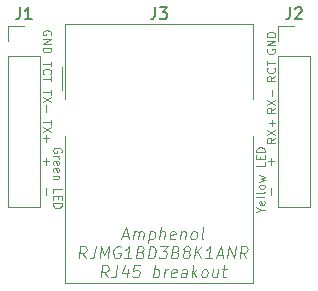
<source format=gbr>
%TF.GenerationSoftware,KiCad,Pcbnew,6.0.0*%
%TF.CreationDate,2022-01-15T20:08:09+00:00*%
%TF.ProjectId,amphenol-magjack,616d7068-656e-46f6-9c2d-6d61676a6163,rev?*%
%TF.SameCoordinates,Original*%
%TF.FileFunction,Legend,Top*%
%TF.FilePolarity,Positive*%
%FSLAX46Y46*%
G04 Gerber Fmt 4.6, Leading zero omitted, Abs format (unit mm)*
G04 Created by KiCad (PCBNEW 6.0.0) date 2022-01-15 20:08:09*
%MOMM*%
%LPD*%
G01*
G04 APERTURE LIST*
%ADD10C,0.100000*%
%ADD11C,0.150000*%
%ADD12C,0.120000*%
G04 APERTURE END LIST*
D10*
X185149333Y-95530666D02*
X185482666Y-95530666D01*
X184782666Y-95764000D02*
X185149333Y-95530666D01*
X184782666Y-95297333D01*
X185449333Y-94797333D02*
X185482666Y-94864000D01*
X185482666Y-94997333D01*
X185449333Y-95064000D01*
X185382666Y-95097333D01*
X185116000Y-95097333D01*
X185049333Y-95064000D01*
X185016000Y-94997333D01*
X185016000Y-94864000D01*
X185049333Y-94797333D01*
X185116000Y-94764000D01*
X185182666Y-94764000D01*
X185249333Y-95097333D01*
X185482666Y-94364000D02*
X185449333Y-94430666D01*
X185382666Y-94464000D01*
X184782666Y-94464000D01*
X185482666Y-93997333D02*
X185449333Y-94064000D01*
X185382666Y-94097333D01*
X184782666Y-94097333D01*
X185482666Y-93630666D02*
X185449333Y-93697333D01*
X185416000Y-93730666D01*
X185349333Y-93764000D01*
X185149333Y-93764000D01*
X185082666Y-93730666D01*
X185049333Y-93697333D01*
X185016000Y-93630666D01*
X185016000Y-93530666D01*
X185049333Y-93464000D01*
X185082666Y-93430666D01*
X185149333Y-93397333D01*
X185349333Y-93397333D01*
X185416000Y-93430666D01*
X185449333Y-93464000D01*
X185482666Y-93530666D01*
X185482666Y-93630666D01*
X185016000Y-93164000D02*
X185482666Y-93030666D01*
X185149333Y-92897333D01*
X185482666Y-92764000D01*
X185016000Y-92630666D01*
X185482666Y-91497333D02*
X185482666Y-91830666D01*
X184782666Y-91830666D01*
X185116000Y-91264000D02*
X185116000Y-91030666D01*
X185482666Y-90930666D02*
X185482666Y-91264000D01*
X184782666Y-91264000D01*
X184782666Y-90930666D01*
X185482666Y-90630666D02*
X184782666Y-90630666D01*
X184782666Y-90464000D01*
X184816000Y-90364000D01*
X184882666Y-90297333D01*
X184949333Y-90264000D01*
X185082666Y-90230666D01*
X185182666Y-90230666D01*
X185316000Y-90264000D01*
X185382666Y-90297333D01*
X185449333Y-90364000D01*
X185482666Y-90464000D01*
X185482666Y-90630666D01*
X186005000Y-93713333D02*
X186005000Y-94246666D01*
X186005000Y-91173333D02*
X186005000Y-91706666D01*
X185738333Y-91440000D02*
X186271666Y-91440000D01*
X186371666Y-89450000D02*
X186038333Y-89683333D01*
X186371666Y-89850000D02*
X185671666Y-89850000D01*
X185671666Y-89583333D01*
X185705000Y-89516666D01*
X185738333Y-89483333D01*
X185805000Y-89450000D01*
X185905000Y-89450000D01*
X185971666Y-89483333D01*
X186005000Y-89516666D01*
X186038333Y-89583333D01*
X186038333Y-89850000D01*
X185671666Y-89216666D02*
X186371666Y-88750000D01*
X185671666Y-88750000D02*
X186371666Y-89216666D01*
X186105000Y-88483333D02*
X186105000Y-87950000D01*
X186371666Y-88216666D02*
X185838333Y-88216666D01*
X186371666Y-86910000D02*
X186038333Y-87143333D01*
X186371666Y-87310000D02*
X185671666Y-87310000D01*
X185671666Y-87043333D01*
X185705000Y-86976666D01*
X185738333Y-86943333D01*
X185805000Y-86910000D01*
X185905000Y-86910000D01*
X185971666Y-86943333D01*
X186005000Y-86976666D01*
X186038333Y-87043333D01*
X186038333Y-87310000D01*
X185671666Y-86676666D02*
X186371666Y-86210000D01*
X185671666Y-86210000D02*
X186371666Y-86676666D01*
X186105000Y-85943333D02*
X186105000Y-85410000D01*
X186371666Y-84220000D02*
X186038333Y-84453333D01*
X186371666Y-84620000D02*
X185671666Y-84620000D01*
X185671666Y-84353333D01*
X185705000Y-84286666D01*
X185738333Y-84253333D01*
X185805000Y-84220000D01*
X185905000Y-84220000D01*
X185971666Y-84253333D01*
X186005000Y-84286666D01*
X186038333Y-84353333D01*
X186038333Y-84620000D01*
X186305000Y-83520000D02*
X186338333Y-83553333D01*
X186371666Y-83653333D01*
X186371666Y-83720000D01*
X186338333Y-83820000D01*
X186271666Y-83886666D01*
X186205000Y-83920000D01*
X186071666Y-83953333D01*
X185971666Y-83953333D01*
X185838333Y-83920000D01*
X185771666Y-83886666D01*
X185705000Y-83820000D01*
X185671666Y-83720000D01*
X185671666Y-83653333D01*
X185705000Y-83553333D01*
X185738333Y-83520000D01*
X185671666Y-83320000D02*
X185671666Y-82920000D01*
X186371666Y-83120000D02*
X185671666Y-83120000D01*
X185705000Y-81940333D02*
X185671666Y-82007000D01*
X185671666Y-82107000D01*
X185705000Y-82207000D01*
X185771666Y-82273666D01*
X185838333Y-82307000D01*
X185971666Y-82340333D01*
X186071666Y-82340333D01*
X186205000Y-82307000D01*
X186271666Y-82273666D01*
X186338333Y-82207000D01*
X186371666Y-82107000D01*
X186371666Y-82040333D01*
X186338333Y-81940333D01*
X186305000Y-81907000D01*
X186071666Y-81907000D01*
X186071666Y-82040333D01*
X186371666Y-81607000D02*
X185671666Y-81607000D01*
X186371666Y-81207000D01*
X185671666Y-81207000D01*
X186371666Y-80873666D02*
X185671666Y-80873666D01*
X185671666Y-80707000D01*
X185705000Y-80607000D01*
X185771666Y-80540333D01*
X185838333Y-80507000D01*
X185971666Y-80473666D01*
X186071666Y-80473666D01*
X186205000Y-80507000D01*
X186271666Y-80540333D01*
X186338333Y-80607000D01*
X186371666Y-80707000D01*
X186371666Y-80873666D01*
X168244000Y-90670333D02*
X168277333Y-90603666D01*
X168277333Y-90503666D01*
X168244000Y-90403666D01*
X168177333Y-90337000D01*
X168110666Y-90303666D01*
X167977333Y-90270333D01*
X167877333Y-90270333D01*
X167744000Y-90303666D01*
X167677333Y-90337000D01*
X167610666Y-90403666D01*
X167577333Y-90503666D01*
X167577333Y-90570333D01*
X167610666Y-90670333D01*
X167644000Y-90703666D01*
X167877333Y-90703666D01*
X167877333Y-90570333D01*
X167577333Y-91003666D02*
X168044000Y-91003666D01*
X167910666Y-91003666D02*
X167977333Y-91037000D01*
X168010666Y-91070333D01*
X168044000Y-91137000D01*
X168044000Y-91203666D01*
X167610666Y-91703666D02*
X167577333Y-91637000D01*
X167577333Y-91503666D01*
X167610666Y-91437000D01*
X167677333Y-91403666D01*
X167944000Y-91403666D01*
X168010666Y-91437000D01*
X168044000Y-91503666D01*
X168044000Y-91637000D01*
X168010666Y-91703666D01*
X167944000Y-91737000D01*
X167877333Y-91737000D01*
X167810666Y-91403666D01*
X167610666Y-92303666D02*
X167577333Y-92237000D01*
X167577333Y-92103666D01*
X167610666Y-92037000D01*
X167677333Y-92003666D01*
X167944000Y-92003666D01*
X168010666Y-92037000D01*
X168044000Y-92103666D01*
X168044000Y-92237000D01*
X168010666Y-92303666D01*
X167944000Y-92337000D01*
X167877333Y-92337000D01*
X167810666Y-92003666D01*
X168044000Y-92637000D02*
X167577333Y-92637000D01*
X167977333Y-92637000D02*
X168010666Y-92670333D01*
X168044000Y-92737000D01*
X168044000Y-92837000D01*
X168010666Y-92903666D01*
X167944000Y-92937000D01*
X167577333Y-92937000D01*
X167577333Y-94137000D02*
X167577333Y-93803666D01*
X168277333Y-93803666D01*
X167944000Y-94370333D02*
X167944000Y-94603666D01*
X167577333Y-94703666D02*
X167577333Y-94370333D01*
X168277333Y-94370333D01*
X168277333Y-94703666D01*
X167577333Y-95003666D02*
X168277333Y-95003666D01*
X168277333Y-95170333D01*
X168244000Y-95270333D01*
X168177333Y-95337000D01*
X168110666Y-95370333D01*
X167977333Y-95403666D01*
X167877333Y-95403666D01*
X167744000Y-95370333D01*
X167677333Y-95337000D01*
X167610666Y-95270333D01*
X167577333Y-95170333D01*
X167577333Y-95003666D01*
X166955000Y-93713333D02*
X166955000Y-94246666D01*
X166955000Y-91173333D02*
X166955000Y-91706666D01*
X166688333Y-91440000D02*
X167221666Y-91440000D01*
X167388333Y-87933333D02*
X167388333Y-88333333D01*
X166688333Y-88133333D02*
X167388333Y-88133333D01*
X167388333Y-88500000D02*
X166688333Y-88966666D01*
X167388333Y-88966666D02*
X166688333Y-88500000D01*
X166955000Y-89233333D02*
X166955000Y-89766666D01*
X166688333Y-89500000D02*
X167221666Y-89500000D01*
X167388333Y-85393333D02*
X167388333Y-85793333D01*
X166688333Y-85593333D02*
X167388333Y-85593333D01*
X167388333Y-85960000D02*
X166688333Y-86426666D01*
X167388333Y-86426666D02*
X166688333Y-85960000D01*
X166955000Y-86693333D02*
X166955000Y-87226666D01*
X167388333Y-83003333D02*
X167388333Y-83403333D01*
X166688333Y-83203333D02*
X167388333Y-83203333D01*
X166755000Y-84036666D02*
X166721666Y-84003333D01*
X166688333Y-83903333D01*
X166688333Y-83836666D01*
X166721666Y-83736666D01*
X166788333Y-83670000D01*
X166855000Y-83636666D01*
X166988333Y-83603333D01*
X167088333Y-83603333D01*
X167221666Y-83636666D01*
X167288333Y-83670000D01*
X167355000Y-83736666D01*
X167388333Y-83836666D01*
X167388333Y-83903333D01*
X167355000Y-84003333D01*
X167321666Y-84036666D01*
X167388333Y-84236666D02*
X167388333Y-84636666D01*
X166688333Y-84436666D02*
X167388333Y-84436666D01*
X167355000Y-80746666D02*
X167388333Y-80680000D01*
X167388333Y-80580000D01*
X167355000Y-80480000D01*
X167288333Y-80413333D01*
X167221666Y-80380000D01*
X167088333Y-80346666D01*
X166988333Y-80346666D01*
X166855000Y-80380000D01*
X166788333Y-80413333D01*
X166721666Y-80480000D01*
X166688333Y-80580000D01*
X166688333Y-80646666D01*
X166721666Y-80746666D01*
X166755000Y-80780000D01*
X166988333Y-80780000D01*
X166988333Y-80646666D01*
X166688333Y-81080000D02*
X167388333Y-81080000D01*
X166688333Y-81480000D01*
X167388333Y-81480000D01*
X166688333Y-81813333D02*
X167388333Y-81813333D01*
X167388333Y-81980000D01*
X167355000Y-82080000D01*
X167288333Y-82146666D01*
X167221666Y-82180000D01*
X167088333Y-82213333D01*
X166988333Y-82213333D01*
X166855000Y-82180000D01*
X166788333Y-82146666D01*
X166721666Y-82080000D01*
X166688333Y-81980000D01*
X166688333Y-81813333D01*
X173447279Y-97743666D02*
X173923470Y-97743666D01*
X173316327Y-98029380D02*
X173774660Y-97029380D01*
X173982994Y-98029380D01*
X174316327Y-98029380D02*
X174399660Y-97362714D01*
X174387755Y-97457952D02*
X174441327Y-97410333D01*
X174542517Y-97362714D01*
X174685375Y-97362714D01*
X174774660Y-97410333D01*
X174810375Y-97505571D01*
X174744898Y-98029380D01*
X174810375Y-97505571D02*
X174869898Y-97410333D01*
X174971089Y-97362714D01*
X175113946Y-97362714D01*
X175203232Y-97410333D01*
X175238946Y-97505571D01*
X175173470Y-98029380D01*
X175732994Y-97362714D02*
X175607994Y-98362714D01*
X175727041Y-97410333D02*
X175828232Y-97362714D01*
X176018708Y-97362714D01*
X176107994Y-97410333D01*
X176149660Y-97457952D01*
X176185375Y-97553190D01*
X176149660Y-97838904D01*
X176090136Y-97934142D01*
X176036565Y-97981761D01*
X175935375Y-98029380D01*
X175744898Y-98029380D01*
X175655613Y-97981761D01*
X176554422Y-98029380D02*
X176679422Y-97029380D01*
X176982994Y-98029380D02*
X177048470Y-97505571D01*
X177012755Y-97410333D01*
X176923470Y-97362714D01*
X176780613Y-97362714D01*
X176679422Y-97410333D01*
X176625851Y-97457952D01*
X177846089Y-97981761D02*
X177744898Y-98029380D01*
X177554422Y-98029380D01*
X177465136Y-97981761D01*
X177429422Y-97886523D01*
X177477041Y-97505571D01*
X177536565Y-97410333D01*
X177637755Y-97362714D01*
X177828232Y-97362714D01*
X177917517Y-97410333D01*
X177953232Y-97505571D01*
X177941327Y-97600809D01*
X177453232Y-97696047D01*
X178399660Y-97362714D02*
X178316327Y-98029380D01*
X178387755Y-97457952D02*
X178441327Y-97410333D01*
X178542517Y-97362714D01*
X178685375Y-97362714D01*
X178774660Y-97410333D01*
X178810375Y-97505571D01*
X178744898Y-98029380D01*
X179363946Y-98029380D02*
X179274660Y-97981761D01*
X179232994Y-97934142D01*
X179197279Y-97838904D01*
X179232994Y-97553190D01*
X179292517Y-97457952D01*
X179346089Y-97410333D01*
X179447279Y-97362714D01*
X179590136Y-97362714D01*
X179679422Y-97410333D01*
X179721089Y-97457952D01*
X179756803Y-97553190D01*
X179721089Y-97838904D01*
X179661565Y-97934142D01*
X179607994Y-97981761D01*
X179506803Y-98029380D01*
X179363946Y-98029380D01*
X180268708Y-98029380D02*
X180179422Y-97981761D01*
X180143708Y-97886523D01*
X180250851Y-97029380D01*
X170316327Y-99639380D02*
X170042517Y-99163190D01*
X169744898Y-99639380D02*
X169869898Y-98639380D01*
X170250851Y-98639380D01*
X170340136Y-98687000D01*
X170381803Y-98734619D01*
X170417517Y-98829857D01*
X170399660Y-98972714D01*
X170340136Y-99067952D01*
X170286565Y-99115571D01*
X170185375Y-99163190D01*
X169804422Y-99163190D01*
X171155613Y-98639380D02*
X171066327Y-99353666D01*
X171000851Y-99496523D01*
X170893708Y-99591761D01*
X170744898Y-99639380D01*
X170649660Y-99639380D01*
X171506803Y-99639380D02*
X171631803Y-98639380D01*
X171875851Y-99353666D01*
X172298470Y-98639380D01*
X172173470Y-99639380D01*
X173292517Y-98687000D02*
X173203232Y-98639380D01*
X173060375Y-98639380D01*
X172911565Y-98687000D01*
X172804422Y-98782238D01*
X172744898Y-98877476D01*
X172673470Y-99067952D01*
X172655613Y-99210809D01*
X172679422Y-99401285D01*
X172715136Y-99496523D01*
X172798470Y-99591761D01*
X172935375Y-99639380D01*
X173030613Y-99639380D01*
X173179422Y-99591761D01*
X173232994Y-99544142D01*
X173274660Y-99210809D01*
X173084184Y-99210809D01*
X174173470Y-99639380D02*
X173602041Y-99639380D01*
X173887755Y-99639380D02*
X174012755Y-98639380D01*
X173899660Y-98782238D01*
X173792517Y-98877476D01*
X173691327Y-98925095D01*
X175000851Y-99115571D02*
X175137755Y-99163190D01*
X175179422Y-99210809D01*
X175215136Y-99306047D01*
X175197279Y-99448904D01*
X175137755Y-99544142D01*
X175084184Y-99591761D01*
X174982994Y-99639380D01*
X174602041Y-99639380D01*
X174727041Y-98639380D01*
X175060375Y-98639380D01*
X175149660Y-98687000D01*
X175191327Y-98734619D01*
X175227041Y-98829857D01*
X175215136Y-98925095D01*
X175155613Y-99020333D01*
X175102041Y-99067952D01*
X175000851Y-99115571D01*
X174667517Y-99115571D01*
X175602041Y-99639380D02*
X175727041Y-98639380D01*
X175965136Y-98639380D01*
X176102041Y-98687000D01*
X176185375Y-98782238D01*
X176221089Y-98877476D01*
X176244898Y-99067952D01*
X176227041Y-99210809D01*
X176155613Y-99401285D01*
X176096089Y-99496523D01*
X175988946Y-99591761D01*
X175840136Y-99639380D01*
X175602041Y-99639380D01*
X176631803Y-98639380D02*
X177250851Y-98639380D01*
X176869898Y-99020333D01*
X177012755Y-99020333D01*
X177102041Y-99067952D01*
X177143708Y-99115571D01*
X177179422Y-99210809D01*
X177149660Y-99448904D01*
X177090136Y-99544142D01*
X177036565Y-99591761D01*
X176935375Y-99639380D01*
X176649660Y-99639380D01*
X176560375Y-99591761D01*
X176518708Y-99544142D01*
X177953232Y-99115571D02*
X178090136Y-99163190D01*
X178131803Y-99210809D01*
X178167517Y-99306047D01*
X178149660Y-99448904D01*
X178090136Y-99544142D01*
X178036565Y-99591761D01*
X177935375Y-99639380D01*
X177554422Y-99639380D01*
X177679422Y-98639380D01*
X178012755Y-98639380D01*
X178102041Y-98687000D01*
X178143708Y-98734619D01*
X178179422Y-98829857D01*
X178167517Y-98925095D01*
X178107994Y-99020333D01*
X178054422Y-99067952D01*
X177953232Y-99115571D01*
X177619898Y-99115571D01*
X178768708Y-99067952D02*
X178679422Y-99020333D01*
X178637755Y-98972714D01*
X178602041Y-98877476D01*
X178607994Y-98829857D01*
X178667517Y-98734619D01*
X178721089Y-98687000D01*
X178822279Y-98639380D01*
X179012755Y-98639380D01*
X179102041Y-98687000D01*
X179143708Y-98734619D01*
X179179422Y-98829857D01*
X179173470Y-98877476D01*
X179113946Y-98972714D01*
X179060375Y-99020333D01*
X178959184Y-99067952D01*
X178768708Y-99067952D01*
X178667517Y-99115571D01*
X178613946Y-99163190D01*
X178554422Y-99258428D01*
X178530613Y-99448904D01*
X178566327Y-99544142D01*
X178607994Y-99591761D01*
X178697279Y-99639380D01*
X178887755Y-99639380D01*
X178988946Y-99591761D01*
X179042517Y-99544142D01*
X179102041Y-99448904D01*
X179125851Y-99258428D01*
X179090136Y-99163190D01*
X179048470Y-99115571D01*
X178959184Y-99067952D01*
X179506803Y-99639380D02*
X179631803Y-98639380D01*
X180078232Y-99639380D02*
X179721089Y-99067952D01*
X180203232Y-98639380D02*
X179560375Y-99210809D01*
X181030613Y-99639380D02*
X180459184Y-99639380D01*
X180744898Y-99639380D02*
X180869898Y-98639380D01*
X180756803Y-98782238D01*
X180649660Y-98877476D01*
X180548470Y-98925095D01*
X181447279Y-99353666D02*
X181923470Y-99353666D01*
X181316327Y-99639380D02*
X181774660Y-98639380D01*
X181982994Y-99639380D01*
X182316327Y-99639380D02*
X182441327Y-98639380D01*
X182887755Y-99639380D01*
X183012755Y-98639380D01*
X183935374Y-99639380D02*
X183661565Y-99163190D01*
X183363946Y-99639380D02*
X183488946Y-98639380D01*
X183869898Y-98639380D01*
X183959184Y-98687000D01*
X184000851Y-98734619D01*
X184036565Y-98829857D01*
X184018708Y-98972714D01*
X183959184Y-99067952D01*
X183905613Y-99115571D01*
X183804422Y-99163190D01*
X183423470Y-99163190D01*
X172173470Y-101249380D02*
X171899660Y-100773190D01*
X171602041Y-101249380D02*
X171727041Y-100249380D01*
X172107994Y-100249380D01*
X172197279Y-100297000D01*
X172238946Y-100344619D01*
X172274660Y-100439857D01*
X172256803Y-100582714D01*
X172197279Y-100677952D01*
X172143708Y-100725571D01*
X172042517Y-100773190D01*
X171661565Y-100773190D01*
X173012755Y-100249380D02*
X172923470Y-100963666D01*
X172857994Y-101106523D01*
X172750851Y-101201761D01*
X172602041Y-101249380D01*
X172506803Y-101249380D01*
X173875851Y-100582714D02*
X173792517Y-101249380D01*
X173685375Y-100201761D02*
X173357994Y-100916047D01*
X173977041Y-100916047D01*
X174917517Y-100249380D02*
X174441327Y-100249380D01*
X174334184Y-100725571D01*
X174387755Y-100677952D01*
X174488946Y-100630333D01*
X174727041Y-100630333D01*
X174816327Y-100677952D01*
X174857994Y-100725571D01*
X174893708Y-100820809D01*
X174863946Y-101058904D01*
X174804422Y-101154142D01*
X174750851Y-101201761D01*
X174649660Y-101249380D01*
X174411565Y-101249380D01*
X174322279Y-101201761D01*
X174280613Y-101154142D01*
X176030613Y-101249380D02*
X176155613Y-100249380D01*
X176107994Y-100630333D02*
X176209184Y-100582714D01*
X176399660Y-100582714D01*
X176488946Y-100630333D01*
X176530613Y-100677952D01*
X176566327Y-100773190D01*
X176530613Y-101058904D01*
X176471089Y-101154142D01*
X176417517Y-101201761D01*
X176316327Y-101249380D01*
X176125851Y-101249380D01*
X176036565Y-101201761D01*
X176935375Y-101249380D02*
X177018708Y-100582714D01*
X176994898Y-100773190D02*
X177054422Y-100677952D01*
X177107994Y-100630333D01*
X177209184Y-100582714D01*
X177304422Y-100582714D01*
X177941327Y-101201761D02*
X177840136Y-101249380D01*
X177649660Y-101249380D01*
X177560375Y-101201761D01*
X177524660Y-101106523D01*
X177572279Y-100725571D01*
X177631803Y-100630333D01*
X177732994Y-100582714D01*
X177923470Y-100582714D01*
X178012755Y-100630333D01*
X178048470Y-100725571D01*
X178036565Y-100820809D01*
X177548470Y-100916047D01*
X178840136Y-101249380D02*
X178905613Y-100725571D01*
X178869898Y-100630333D01*
X178780613Y-100582714D01*
X178590136Y-100582714D01*
X178488946Y-100630333D01*
X178846089Y-101201761D02*
X178744898Y-101249380D01*
X178506803Y-101249380D01*
X178417517Y-101201761D01*
X178381803Y-101106523D01*
X178393708Y-101011285D01*
X178453232Y-100916047D01*
X178554422Y-100868428D01*
X178792517Y-100868428D01*
X178893708Y-100820809D01*
X179316327Y-101249380D02*
X179441327Y-100249380D01*
X179459184Y-100868428D02*
X179697279Y-101249380D01*
X179780613Y-100582714D02*
X179352041Y-100963666D01*
X180268708Y-101249380D02*
X180179422Y-101201761D01*
X180137755Y-101154142D01*
X180102041Y-101058904D01*
X180137755Y-100773190D01*
X180197279Y-100677952D01*
X180250851Y-100630333D01*
X180352041Y-100582714D01*
X180494898Y-100582714D01*
X180584184Y-100630333D01*
X180625851Y-100677952D01*
X180661565Y-100773190D01*
X180625851Y-101058904D01*
X180566327Y-101154142D01*
X180512755Y-101201761D01*
X180411565Y-101249380D01*
X180268708Y-101249380D01*
X181542517Y-100582714D02*
X181459184Y-101249380D01*
X181113946Y-100582714D02*
X181048470Y-101106523D01*
X181084184Y-101201761D01*
X181173470Y-101249380D01*
X181316327Y-101249380D01*
X181417517Y-101201761D01*
X181471089Y-101154142D01*
X181875851Y-100582714D02*
X182256803Y-100582714D01*
X182060375Y-100249380D02*
X181953232Y-101106523D01*
X181988946Y-101201761D01*
X182078232Y-101249380D01*
X182173470Y-101249380D01*
D11*
%TO.C,J1*%
X164766666Y-78402380D02*
X164766666Y-79116666D01*
X164719047Y-79259523D01*
X164623809Y-79354761D01*
X164480952Y-79402380D01*
X164385714Y-79402380D01*
X165766666Y-79402380D02*
X165195238Y-79402380D01*
X165480952Y-79402380D02*
X165480952Y-78402380D01*
X165385714Y-78545238D01*
X165290476Y-78640476D01*
X165195238Y-78688095D01*
%TO.C,J2*%
X187626666Y-78402380D02*
X187626666Y-79116666D01*
X187579047Y-79259523D01*
X187483809Y-79354761D01*
X187340952Y-79402380D01*
X187245714Y-79402380D01*
X188055238Y-78497619D02*
X188102857Y-78450000D01*
X188198095Y-78402380D01*
X188436190Y-78402380D01*
X188531428Y-78450000D01*
X188579047Y-78497619D01*
X188626666Y-78592857D01*
X188626666Y-78688095D01*
X188579047Y-78830952D01*
X188007619Y-79402380D01*
X188626666Y-79402380D01*
%TO.C,J3*%
X176196666Y-78397380D02*
X176196666Y-79111666D01*
X176149047Y-79254523D01*
X176053809Y-79349761D01*
X175910952Y-79397380D01*
X175815714Y-79397380D01*
X176577619Y-78397380D02*
X177196666Y-78397380D01*
X176863333Y-78778333D01*
X177006190Y-78778333D01*
X177101428Y-78825952D01*
X177149047Y-78873571D01*
X177196666Y-78968809D01*
X177196666Y-79206904D01*
X177149047Y-79302142D01*
X177101428Y-79349761D01*
X177006190Y-79397380D01*
X176720476Y-79397380D01*
X176625238Y-79349761D01*
X176577619Y-79302142D01*
D12*
%TO.C,J1*%
X163770000Y-81280000D02*
X163770000Y-79950000D01*
X163770000Y-79950000D02*
X165100000Y-79950000D01*
X163770000Y-95310000D02*
X166430000Y-95310000D01*
X163770000Y-82550000D02*
X166430000Y-82550000D01*
X163770000Y-82550000D02*
X163770000Y-95310000D01*
X166430000Y-82550000D02*
X166430000Y-95310000D01*
%TO.C,J2*%
X186630000Y-95310000D02*
X189290000Y-95310000D01*
X186630000Y-82550000D02*
X186630000Y-95310000D01*
X186630000Y-82550000D02*
X189290000Y-82550000D01*
X189290000Y-82550000D02*
X189290000Y-95310000D01*
X186630000Y-81280000D02*
X186630000Y-79950000D01*
X186630000Y-79950000D02*
X187960000Y-79950000D01*
%TO.C,J3*%
X168355000Y-83435000D02*
X168355000Y-85435000D01*
X184505000Y-79845000D02*
X184505000Y-86125000D01*
X168555000Y-86125000D02*
X168555000Y-79845000D01*
X168555000Y-101765000D02*
X168555000Y-89325000D01*
X184505000Y-89325000D02*
X184505000Y-101765000D01*
X184505000Y-101765000D02*
X168555000Y-101765000D01*
X168555000Y-79845000D02*
X184505000Y-79845000D01*
%TD*%
M02*

</source>
